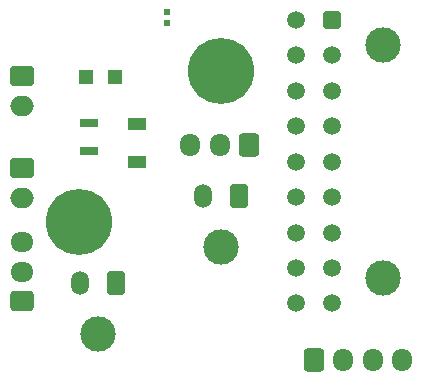
<source format=gbr>
%TF.GenerationSoftware,KiCad,Pcbnew,(6.0.6)*%
%TF.CreationDate,2022-08-05T03:01:18+02:00*%
%TF.ProjectId,toolhead_pcb,746f6f6c-6865-4616-945f-7063622e6b69,rev?*%
%TF.SameCoordinates,Original*%
%TF.FileFunction,Soldermask,Top*%
%TF.FilePolarity,Negative*%
%FSLAX46Y46*%
G04 Gerber Fmt 4.6, Leading zero omitted, Abs format (unit mm)*
G04 Created by KiCad (PCBNEW (6.0.6)) date 2022-08-05 03:01:18*
%MOMM*%
%LPD*%
G01*
G04 APERTURE LIST*
G04 Aperture macros list*
%AMRoundRect*
0 Rectangle with rounded corners*
0 $1 Rounding radius*
0 $2 $3 $4 $5 $6 $7 $8 $9 X,Y pos of 4 corners*
0 Add a 4 corners polygon primitive as box body*
4,1,4,$2,$3,$4,$5,$6,$7,$8,$9,$2,$3,0*
0 Add four circle primitives for the rounded corners*
1,1,$1+$1,$2,$3*
1,1,$1+$1,$4,$5*
1,1,$1+$1,$6,$7*
1,1,$1+$1,$8,$9*
0 Add four rect primitives between the rounded corners*
20,1,$1+$1,$2,$3,$4,$5,0*
20,1,$1+$1,$4,$5,$6,$7,0*
20,1,$1+$1,$6,$7,$8,$9,0*
20,1,$1+$1,$8,$9,$2,$3,0*%
G04 Aperture macros list end*
%ADD10R,1.600000X1.000000*%
%ADD11R,1.200000X1.200000*%
%ADD12R,1.600000X0.800000*%
%ADD13RoundRect,0.250000X-0.750000X0.600000X-0.750000X-0.600000X0.750000X-0.600000X0.750000X0.600000X0*%
%ADD14O,2.000000X1.700000*%
%ADD15C,3.000000*%
%ADD16RoundRect,0.250001X0.499999X0.759999X-0.499999X0.759999X-0.499999X-0.759999X0.499999X-0.759999X0*%
%ADD17O,1.500000X2.020000*%
%ADD18C,5.600000*%
%ADD19RoundRect,0.250000X0.600000X0.725000X-0.600000X0.725000X-0.600000X-0.725000X0.600000X-0.725000X0*%
%ADD20O,1.700000X1.950000*%
%ADD21R,0.600000X0.500000*%
%ADD22RoundRect,0.250001X-0.499999X0.499999X-0.499999X-0.499999X0.499999X-0.499999X0.499999X0.499999X0*%
%ADD23C,1.500000*%
%ADD24RoundRect,0.250000X0.725000X-0.600000X0.725000X0.600000X-0.725000X0.600000X-0.725000X-0.600000X0*%
%ADD25O,1.950000X1.700000*%
%ADD26RoundRect,0.250000X-0.600000X-0.725000X0.600000X-0.725000X0.600000X0.725000X-0.600000X0.725000X0*%
G04 APERTURE END LIST*
D10*
%TO.C,Probe filter diode*%
X39000000Y-32500000D03*
X39000000Y-35700000D03*
%TD*%
D11*
%TO.C,R1100*%
X34700000Y-28500000D03*
X37100000Y-28500000D03*
%TD*%
D12*
%TO.C,Hotend Led*%
X34900000Y-34800000D03*
X34900000Y-32400000D03*
%TD*%
D13*
%TO.C,Fan1*%
X29250000Y-36250000D03*
D14*
X29250000Y-38750000D03*
%TD*%
D15*
%TO.C,Hotend*%
X46100000Y-42950000D03*
D16*
X47600000Y-38630000D03*
D17*
X44600000Y-38630000D03*
%TD*%
D18*
%TO.C,REF\u002A\u002A*%
X34100000Y-40800000D03*
%TD*%
%TO.C,REF\u002A\u002A*%
X46100000Y-28000000D03*
%TD*%
D19*
%TO.C,Probe*%
X48500000Y-34300000D03*
D20*
X46000000Y-34300000D03*
X43500000Y-34300000D03*
%TD*%
D13*
%TO.C,Fan0*%
X29250000Y-28450000D03*
D14*
X29250000Y-30950000D03*
%TD*%
D21*
%TO.C,Thermistor Chamber*%
X41501000Y-22998500D03*
X41500000Y-24000000D03*
%TD*%
D15*
%TO.C,Therm 0*%
X35700000Y-50250000D03*
D16*
X37200000Y-45930000D03*
D17*
X34200000Y-45930000D03*
%TD*%
D15*
%TO.C,Breakbox In*%
X59820000Y-25860000D03*
X59820000Y-45560000D03*
D22*
X55500000Y-23700000D03*
D23*
X55500000Y-26700000D03*
X55500000Y-29700000D03*
X55500000Y-32700000D03*
X55500000Y-35700000D03*
X55500000Y-38700000D03*
X55500000Y-41700000D03*
X55500000Y-44700000D03*
X55500000Y-47700000D03*
X52500000Y-23700000D03*
X52500000Y-26700000D03*
X52500000Y-29700000D03*
X52500000Y-32700000D03*
X52500000Y-35700000D03*
X52500000Y-38700000D03*
X52500000Y-41700000D03*
X52500000Y-44700000D03*
X52500000Y-47700000D03*
%TD*%
D24*
%TO.C,NeoPixel*%
X29250000Y-47500000D03*
D25*
X29250000Y-45000000D03*
X29250000Y-42500000D03*
%TD*%
D26*
%TO.C,E-Motor*%
X53950000Y-52525000D03*
D20*
X56450000Y-52525000D03*
X58950000Y-52525000D03*
X61450000Y-52525000D03*
%TD*%
M02*

</source>
